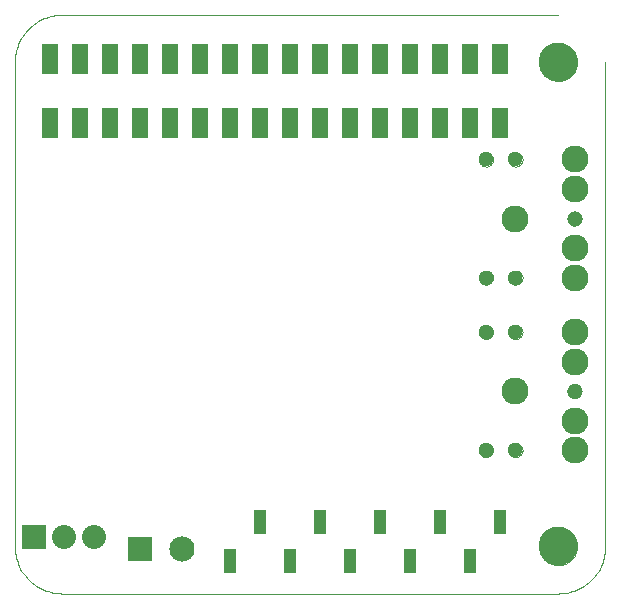
<source format=gbs>
G75*
G70*
%OFA0B0*%
%FSLAX24Y24*%
%IPPOS*%
%LPD*%
%AMOC8*
5,1,8,0,0,1.08239X$1,22.5*
%
%ADD10R,0.0434X0.0827*%
%ADD11R,0.0540X0.1040*%
%ADD12C,0.0000*%
%ADD13C,0.1300*%
%ADD14C,0.0900*%
%ADD15C,0.0512*%
%ADD16R,0.0840X0.0840*%
%ADD17C,0.0840*%
%ADD18R,0.0800X0.0800*%
%ADD19C,0.0800*%
D10*
X012607Y001600D03*
X014607Y001600D03*
X013607Y002900D03*
X015607Y002900D03*
X017607Y002900D03*
X016607Y001600D03*
X018607Y001600D03*
X020607Y001600D03*
X019607Y002900D03*
X021607Y002900D03*
D11*
X021607Y016175D03*
X020607Y016175D03*
X019607Y016175D03*
X018607Y016175D03*
X017607Y016175D03*
X016607Y016175D03*
X015607Y016175D03*
X014607Y016175D03*
X013607Y016175D03*
X012607Y016175D03*
X011607Y016175D03*
X010607Y016175D03*
X009607Y016175D03*
X008607Y016175D03*
X007607Y016175D03*
X006607Y016175D03*
X006607Y018325D03*
X007607Y018325D03*
X008607Y018325D03*
X009607Y018325D03*
X010607Y018325D03*
X011607Y018325D03*
X012607Y018325D03*
X013607Y018325D03*
X014607Y018325D03*
X015607Y018325D03*
X016607Y018325D03*
X017607Y018325D03*
X018607Y018325D03*
X019607Y018325D03*
X020607Y018325D03*
X021607Y018325D03*
D12*
X005418Y018217D02*
X005418Y002075D01*
X005420Y001998D01*
X005426Y001921D01*
X005435Y001844D01*
X005448Y001768D01*
X005465Y001692D01*
X005486Y001618D01*
X005510Y001544D01*
X005538Y001472D01*
X005569Y001402D01*
X005604Y001333D01*
X005642Y001265D01*
X005683Y001200D01*
X005728Y001137D01*
X005776Y001076D01*
X005826Y001017D01*
X005879Y000961D01*
X005935Y000908D01*
X005994Y000858D01*
X006055Y000810D01*
X006118Y000765D01*
X006183Y000724D01*
X006251Y000686D01*
X006320Y000651D01*
X006390Y000620D01*
X006462Y000592D01*
X006536Y000568D01*
X006610Y000547D01*
X006686Y000530D01*
X006762Y000517D01*
X006839Y000508D01*
X006916Y000502D01*
X006993Y000500D01*
X023528Y000500D01*
X022898Y002075D02*
X022900Y002125D01*
X022906Y002175D01*
X022916Y002224D01*
X022930Y002272D01*
X022947Y002319D01*
X022968Y002364D01*
X022993Y002408D01*
X023021Y002449D01*
X023053Y002488D01*
X023087Y002525D01*
X023124Y002559D01*
X023164Y002589D01*
X023206Y002616D01*
X023250Y002640D01*
X023296Y002661D01*
X023343Y002677D01*
X023391Y002690D01*
X023441Y002699D01*
X023490Y002704D01*
X023541Y002705D01*
X023591Y002702D01*
X023640Y002695D01*
X023689Y002684D01*
X023737Y002669D01*
X023783Y002651D01*
X023828Y002629D01*
X023871Y002603D01*
X023912Y002574D01*
X023951Y002542D01*
X023987Y002507D01*
X024019Y002469D01*
X024049Y002429D01*
X024076Y002386D01*
X024099Y002342D01*
X024118Y002296D01*
X024134Y002248D01*
X024146Y002199D01*
X024154Y002150D01*
X024158Y002100D01*
X024158Y002050D01*
X024154Y002000D01*
X024146Y001951D01*
X024134Y001902D01*
X024118Y001854D01*
X024099Y001808D01*
X024076Y001764D01*
X024049Y001721D01*
X024019Y001681D01*
X023987Y001643D01*
X023951Y001608D01*
X023912Y001576D01*
X023871Y001547D01*
X023828Y001521D01*
X023783Y001499D01*
X023737Y001481D01*
X023689Y001466D01*
X023640Y001455D01*
X023591Y001448D01*
X023541Y001445D01*
X023490Y001446D01*
X023441Y001451D01*
X023391Y001460D01*
X023343Y001473D01*
X023296Y001489D01*
X023250Y001510D01*
X023206Y001534D01*
X023164Y001561D01*
X023124Y001591D01*
X023087Y001625D01*
X023053Y001662D01*
X023021Y001701D01*
X022993Y001742D01*
X022968Y001786D01*
X022947Y001831D01*
X022930Y001878D01*
X022916Y001926D01*
X022906Y001975D01*
X022900Y002025D01*
X022898Y002075D01*
X023528Y000500D02*
X023605Y000502D01*
X023682Y000508D01*
X023759Y000517D01*
X023835Y000530D01*
X023911Y000547D01*
X023985Y000568D01*
X024059Y000592D01*
X024131Y000620D01*
X024201Y000651D01*
X024270Y000686D01*
X024338Y000724D01*
X024403Y000765D01*
X024466Y000810D01*
X024527Y000858D01*
X024586Y000908D01*
X024642Y000961D01*
X024695Y001017D01*
X024745Y001076D01*
X024793Y001137D01*
X024838Y001200D01*
X024879Y001265D01*
X024917Y001333D01*
X024952Y001402D01*
X024983Y001472D01*
X025011Y001544D01*
X025035Y001618D01*
X025056Y001692D01*
X025073Y001768D01*
X025086Y001844D01*
X025095Y001921D01*
X025101Y001998D01*
X025103Y002075D01*
X025103Y018217D01*
X022898Y018217D02*
X022900Y018267D01*
X022906Y018317D01*
X022916Y018366D01*
X022930Y018414D01*
X022947Y018461D01*
X022968Y018506D01*
X022993Y018550D01*
X023021Y018591D01*
X023053Y018630D01*
X023087Y018667D01*
X023124Y018701D01*
X023164Y018731D01*
X023206Y018758D01*
X023250Y018782D01*
X023296Y018803D01*
X023343Y018819D01*
X023391Y018832D01*
X023441Y018841D01*
X023490Y018846D01*
X023541Y018847D01*
X023591Y018844D01*
X023640Y018837D01*
X023689Y018826D01*
X023737Y018811D01*
X023783Y018793D01*
X023828Y018771D01*
X023871Y018745D01*
X023912Y018716D01*
X023951Y018684D01*
X023987Y018649D01*
X024019Y018611D01*
X024049Y018571D01*
X024076Y018528D01*
X024099Y018484D01*
X024118Y018438D01*
X024134Y018390D01*
X024146Y018341D01*
X024154Y018292D01*
X024158Y018242D01*
X024158Y018192D01*
X024154Y018142D01*
X024146Y018093D01*
X024134Y018044D01*
X024118Y017996D01*
X024099Y017950D01*
X024076Y017906D01*
X024049Y017863D01*
X024019Y017823D01*
X023987Y017785D01*
X023951Y017750D01*
X023912Y017718D01*
X023871Y017689D01*
X023828Y017663D01*
X023783Y017641D01*
X023737Y017623D01*
X023689Y017608D01*
X023640Y017597D01*
X023591Y017590D01*
X023541Y017587D01*
X023490Y017588D01*
X023441Y017593D01*
X023391Y017602D01*
X023343Y017615D01*
X023296Y017631D01*
X023250Y017652D01*
X023206Y017676D01*
X023164Y017703D01*
X023124Y017733D01*
X023087Y017767D01*
X023053Y017804D01*
X023021Y017843D01*
X022993Y017884D01*
X022968Y017928D01*
X022947Y017973D01*
X022930Y018020D01*
X022916Y018068D01*
X022906Y018117D01*
X022900Y018167D01*
X022898Y018217D01*
X023528Y019791D02*
X006993Y019791D01*
X006993Y019792D02*
X006916Y019790D01*
X006839Y019784D01*
X006762Y019775D01*
X006686Y019762D01*
X006610Y019745D01*
X006536Y019724D01*
X006462Y019700D01*
X006390Y019672D01*
X006320Y019641D01*
X006251Y019606D01*
X006183Y019568D01*
X006118Y019527D01*
X006055Y019482D01*
X005994Y019434D01*
X005935Y019384D01*
X005879Y019331D01*
X005826Y019275D01*
X005776Y019216D01*
X005728Y019155D01*
X005683Y019092D01*
X005642Y019027D01*
X005604Y018959D01*
X005569Y018890D01*
X005538Y018820D01*
X005510Y018748D01*
X005486Y018674D01*
X005465Y018600D01*
X005448Y018524D01*
X005435Y018448D01*
X005426Y018371D01*
X005420Y018294D01*
X005418Y018217D01*
X020887Y014969D02*
X020889Y014999D01*
X020895Y015029D01*
X020904Y015058D01*
X020917Y015085D01*
X020934Y015110D01*
X020953Y015133D01*
X020976Y015154D01*
X021001Y015171D01*
X021027Y015185D01*
X021056Y015195D01*
X021085Y015202D01*
X021115Y015205D01*
X021146Y015204D01*
X021176Y015199D01*
X021205Y015190D01*
X021232Y015178D01*
X021258Y015163D01*
X021282Y015144D01*
X021303Y015122D01*
X021321Y015098D01*
X021336Y015071D01*
X021347Y015043D01*
X021355Y015014D01*
X021359Y014984D01*
X021359Y014954D01*
X021355Y014924D01*
X021347Y014895D01*
X021336Y014867D01*
X021321Y014840D01*
X021303Y014816D01*
X021282Y014794D01*
X021258Y014775D01*
X021232Y014760D01*
X021205Y014748D01*
X021176Y014739D01*
X021146Y014734D01*
X021115Y014733D01*
X021085Y014736D01*
X021056Y014743D01*
X021027Y014753D01*
X021001Y014767D01*
X020976Y014784D01*
X020953Y014805D01*
X020934Y014828D01*
X020917Y014853D01*
X020904Y014880D01*
X020895Y014909D01*
X020889Y014939D01*
X020887Y014969D01*
X021871Y014969D02*
X021873Y014999D01*
X021879Y015029D01*
X021888Y015058D01*
X021901Y015085D01*
X021918Y015110D01*
X021937Y015133D01*
X021960Y015154D01*
X021985Y015171D01*
X022011Y015185D01*
X022040Y015195D01*
X022069Y015202D01*
X022099Y015205D01*
X022130Y015204D01*
X022160Y015199D01*
X022189Y015190D01*
X022216Y015178D01*
X022242Y015163D01*
X022266Y015144D01*
X022287Y015122D01*
X022305Y015098D01*
X022320Y015071D01*
X022331Y015043D01*
X022339Y015014D01*
X022343Y014984D01*
X022343Y014954D01*
X022339Y014924D01*
X022331Y014895D01*
X022320Y014867D01*
X022305Y014840D01*
X022287Y014816D01*
X022266Y014794D01*
X022242Y014775D01*
X022216Y014760D01*
X022189Y014748D01*
X022160Y014739D01*
X022130Y014734D01*
X022099Y014733D01*
X022069Y014736D01*
X022040Y014743D01*
X022011Y014753D01*
X021985Y014767D01*
X021960Y014784D01*
X021937Y014805D01*
X021918Y014828D01*
X021901Y014853D01*
X021888Y014880D01*
X021879Y014909D01*
X021873Y014939D01*
X021871Y014969D01*
X023840Y013000D02*
X023842Y013030D01*
X023848Y013060D01*
X023857Y013089D01*
X023870Y013116D01*
X023887Y013141D01*
X023906Y013164D01*
X023929Y013185D01*
X023954Y013202D01*
X023980Y013216D01*
X024009Y013226D01*
X024038Y013233D01*
X024068Y013236D01*
X024099Y013235D01*
X024129Y013230D01*
X024158Y013221D01*
X024185Y013209D01*
X024211Y013194D01*
X024235Y013175D01*
X024256Y013153D01*
X024274Y013129D01*
X024289Y013102D01*
X024300Y013074D01*
X024308Y013045D01*
X024312Y013015D01*
X024312Y012985D01*
X024308Y012955D01*
X024300Y012926D01*
X024289Y012898D01*
X024274Y012871D01*
X024256Y012847D01*
X024235Y012825D01*
X024211Y012806D01*
X024185Y012791D01*
X024158Y012779D01*
X024129Y012770D01*
X024099Y012765D01*
X024068Y012764D01*
X024038Y012767D01*
X024009Y012774D01*
X023980Y012784D01*
X023954Y012798D01*
X023929Y012815D01*
X023906Y012836D01*
X023887Y012859D01*
X023870Y012884D01*
X023857Y012911D01*
X023848Y012940D01*
X023842Y012970D01*
X023840Y013000D01*
X021871Y011031D02*
X021873Y011061D01*
X021879Y011091D01*
X021888Y011120D01*
X021901Y011147D01*
X021918Y011172D01*
X021937Y011195D01*
X021960Y011216D01*
X021985Y011233D01*
X022011Y011247D01*
X022040Y011257D01*
X022069Y011264D01*
X022099Y011267D01*
X022130Y011266D01*
X022160Y011261D01*
X022189Y011252D01*
X022216Y011240D01*
X022242Y011225D01*
X022266Y011206D01*
X022287Y011184D01*
X022305Y011160D01*
X022320Y011133D01*
X022331Y011105D01*
X022339Y011076D01*
X022343Y011046D01*
X022343Y011016D01*
X022339Y010986D01*
X022331Y010957D01*
X022320Y010929D01*
X022305Y010902D01*
X022287Y010878D01*
X022266Y010856D01*
X022242Y010837D01*
X022216Y010822D01*
X022189Y010810D01*
X022160Y010801D01*
X022130Y010796D01*
X022099Y010795D01*
X022069Y010798D01*
X022040Y010805D01*
X022011Y010815D01*
X021985Y010829D01*
X021960Y010846D01*
X021937Y010867D01*
X021918Y010890D01*
X021901Y010915D01*
X021888Y010942D01*
X021879Y010971D01*
X021873Y011001D01*
X021871Y011031D01*
X020887Y011031D02*
X020889Y011061D01*
X020895Y011091D01*
X020904Y011120D01*
X020917Y011147D01*
X020934Y011172D01*
X020953Y011195D01*
X020976Y011216D01*
X021001Y011233D01*
X021027Y011247D01*
X021056Y011257D01*
X021085Y011264D01*
X021115Y011267D01*
X021146Y011266D01*
X021176Y011261D01*
X021205Y011252D01*
X021232Y011240D01*
X021258Y011225D01*
X021282Y011206D01*
X021303Y011184D01*
X021321Y011160D01*
X021336Y011133D01*
X021347Y011105D01*
X021355Y011076D01*
X021359Y011046D01*
X021359Y011016D01*
X021355Y010986D01*
X021347Y010957D01*
X021336Y010929D01*
X021321Y010902D01*
X021303Y010878D01*
X021282Y010856D01*
X021258Y010837D01*
X021232Y010822D01*
X021205Y010810D01*
X021176Y010801D01*
X021146Y010796D01*
X021115Y010795D01*
X021085Y010798D01*
X021056Y010805D01*
X021027Y010815D01*
X021001Y010829D01*
X020976Y010846D01*
X020953Y010867D01*
X020934Y010890D01*
X020917Y010915D01*
X020904Y010942D01*
X020895Y010971D01*
X020889Y011001D01*
X020887Y011031D01*
X020887Y009219D02*
X020889Y009249D01*
X020895Y009279D01*
X020904Y009308D01*
X020917Y009335D01*
X020934Y009360D01*
X020953Y009383D01*
X020976Y009404D01*
X021001Y009421D01*
X021027Y009435D01*
X021056Y009445D01*
X021085Y009452D01*
X021115Y009455D01*
X021146Y009454D01*
X021176Y009449D01*
X021205Y009440D01*
X021232Y009428D01*
X021258Y009413D01*
X021282Y009394D01*
X021303Y009372D01*
X021321Y009348D01*
X021336Y009321D01*
X021347Y009293D01*
X021355Y009264D01*
X021359Y009234D01*
X021359Y009204D01*
X021355Y009174D01*
X021347Y009145D01*
X021336Y009117D01*
X021321Y009090D01*
X021303Y009066D01*
X021282Y009044D01*
X021258Y009025D01*
X021232Y009010D01*
X021205Y008998D01*
X021176Y008989D01*
X021146Y008984D01*
X021115Y008983D01*
X021085Y008986D01*
X021056Y008993D01*
X021027Y009003D01*
X021001Y009017D01*
X020976Y009034D01*
X020953Y009055D01*
X020934Y009078D01*
X020917Y009103D01*
X020904Y009130D01*
X020895Y009159D01*
X020889Y009189D01*
X020887Y009219D01*
X021871Y009219D02*
X021873Y009249D01*
X021879Y009279D01*
X021888Y009308D01*
X021901Y009335D01*
X021918Y009360D01*
X021937Y009383D01*
X021960Y009404D01*
X021985Y009421D01*
X022011Y009435D01*
X022040Y009445D01*
X022069Y009452D01*
X022099Y009455D01*
X022130Y009454D01*
X022160Y009449D01*
X022189Y009440D01*
X022216Y009428D01*
X022242Y009413D01*
X022266Y009394D01*
X022287Y009372D01*
X022305Y009348D01*
X022320Y009321D01*
X022331Y009293D01*
X022339Y009264D01*
X022343Y009234D01*
X022343Y009204D01*
X022339Y009174D01*
X022331Y009145D01*
X022320Y009117D01*
X022305Y009090D01*
X022287Y009066D01*
X022266Y009044D01*
X022242Y009025D01*
X022216Y009010D01*
X022189Y008998D01*
X022160Y008989D01*
X022130Y008984D01*
X022099Y008983D01*
X022069Y008986D01*
X022040Y008993D01*
X022011Y009003D01*
X021985Y009017D01*
X021960Y009034D01*
X021937Y009055D01*
X021918Y009078D01*
X021901Y009103D01*
X021888Y009130D01*
X021879Y009159D01*
X021873Y009189D01*
X021871Y009219D01*
X023840Y007250D02*
X023842Y007280D01*
X023848Y007310D01*
X023857Y007339D01*
X023870Y007366D01*
X023887Y007391D01*
X023906Y007414D01*
X023929Y007435D01*
X023954Y007452D01*
X023980Y007466D01*
X024009Y007476D01*
X024038Y007483D01*
X024068Y007486D01*
X024099Y007485D01*
X024129Y007480D01*
X024158Y007471D01*
X024185Y007459D01*
X024211Y007444D01*
X024235Y007425D01*
X024256Y007403D01*
X024274Y007379D01*
X024289Y007352D01*
X024300Y007324D01*
X024308Y007295D01*
X024312Y007265D01*
X024312Y007235D01*
X024308Y007205D01*
X024300Y007176D01*
X024289Y007148D01*
X024274Y007121D01*
X024256Y007097D01*
X024235Y007075D01*
X024211Y007056D01*
X024185Y007041D01*
X024158Y007029D01*
X024129Y007020D01*
X024099Y007015D01*
X024068Y007014D01*
X024038Y007017D01*
X024009Y007024D01*
X023980Y007034D01*
X023954Y007048D01*
X023929Y007065D01*
X023906Y007086D01*
X023887Y007109D01*
X023870Y007134D01*
X023857Y007161D01*
X023848Y007190D01*
X023842Y007220D01*
X023840Y007250D01*
X021871Y005281D02*
X021873Y005311D01*
X021879Y005341D01*
X021888Y005370D01*
X021901Y005397D01*
X021918Y005422D01*
X021937Y005445D01*
X021960Y005466D01*
X021985Y005483D01*
X022011Y005497D01*
X022040Y005507D01*
X022069Y005514D01*
X022099Y005517D01*
X022130Y005516D01*
X022160Y005511D01*
X022189Y005502D01*
X022216Y005490D01*
X022242Y005475D01*
X022266Y005456D01*
X022287Y005434D01*
X022305Y005410D01*
X022320Y005383D01*
X022331Y005355D01*
X022339Y005326D01*
X022343Y005296D01*
X022343Y005266D01*
X022339Y005236D01*
X022331Y005207D01*
X022320Y005179D01*
X022305Y005152D01*
X022287Y005128D01*
X022266Y005106D01*
X022242Y005087D01*
X022216Y005072D01*
X022189Y005060D01*
X022160Y005051D01*
X022130Y005046D01*
X022099Y005045D01*
X022069Y005048D01*
X022040Y005055D01*
X022011Y005065D01*
X021985Y005079D01*
X021960Y005096D01*
X021937Y005117D01*
X021918Y005140D01*
X021901Y005165D01*
X021888Y005192D01*
X021879Y005221D01*
X021873Y005251D01*
X021871Y005281D01*
X020887Y005281D02*
X020889Y005311D01*
X020895Y005341D01*
X020904Y005370D01*
X020917Y005397D01*
X020934Y005422D01*
X020953Y005445D01*
X020976Y005466D01*
X021001Y005483D01*
X021027Y005497D01*
X021056Y005507D01*
X021085Y005514D01*
X021115Y005517D01*
X021146Y005516D01*
X021176Y005511D01*
X021205Y005502D01*
X021232Y005490D01*
X021258Y005475D01*
X021282Y005456D01*
X021303Y005434D01*
X021321Y005410D01*
X021336Y005383D01*
X021347Y005355D01*
X021355Y005326D01*
X021359Y005296D01*
X021359Y005266D01*
X021355Y005236D01*
X021347Y005207D01*
X021336Y005179D01*
X021321Y005152D01*
X021303Y005128D01*
X021282Y005106D01*
X021258Y005087D01*
X021232Y005072D01*
X021205Y005060D01*
X021176Y005051D01*
X021146Y005046D01*
X021115Y005045D01*
X021085Y005048D01*
X021056Y005055D01*
X021027Y005065D01*
X021001Y005079D01*
X020976Y005096D01*
X020953Y005117D01*
X020934Y005140D01*
X020917Y005165D01*
X020904Y005192D01*
X020895Y005221D01*
X020889Y005251D01*
X020887Y005281D01*
D13*
X023528Y002075D03*
X023528Y018217D03*
D14*
X024076Y014969D03*
X024076Y013984D03*
X022107Y013000D03*
X024076Y012016D03*
X024076Y011031D03*
X024076Y009219D03*
X024076Y008234D03*
X022107Y007250D03*
X024076Y006266D03*
X024076Y005281D03*
D15*
X022107Y005281D03*
X021123Y005281D03*
X024076Y007250D03*
X022107Y009219D03*
X021123Y009219D03*
X021123Y011031D03*
X022107Y011031D03*
X024076Y013000D03*
X022107Y014969D03*
X021123Y014969D03*
D16*
X009607Y002000D03*
D17*
X010985Y002000D03*
D18*
X006062Y002375D03*
D19*
X007062Y002375D03*
X008062Y002375D03*
M02*

</source>
